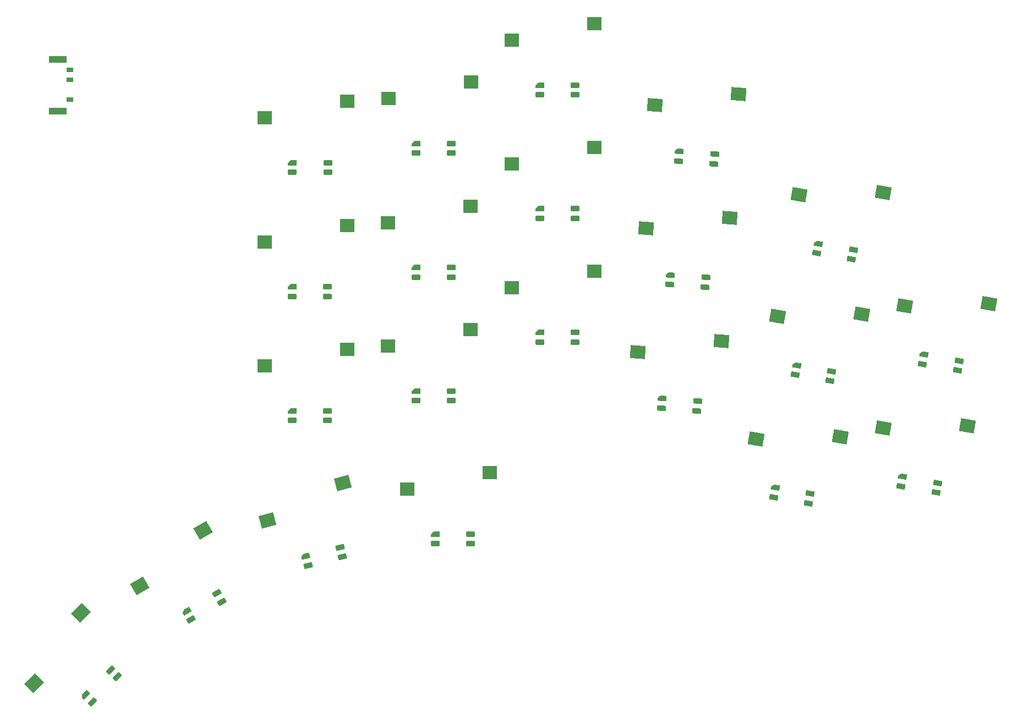
<source format=gbp>
G04 #@! TF.GenerationSoftware,KiCad,Pcbnew,7.0.11-7.0.11~ubuntu22.04.1*
G04 #@! TF.CreationDate,2024-07-26T08:26:57+02:00*
G04 #@! TF.ProjectId,klor1_4,6b6c6f72-315f-4342-9e6b-696361645f70,v1.4.0*
G04 #@! TF.SameCoordinates,Original*
G04 #@! TF.FileFunction,Paste,Bot*
G04 #@! TF.FilePolarity,Positive*
%FSLAX46Y46*%
G04 Gerber Fmt 4.6, Leading zero omitted, Abs format (unit mm)*
G04 Created by KiCad (PCBNEW 7.0.11-7.0.11~ubuntu22.04.1) date 2024-07-26 08:26:57*
%MOMM*%
%LPD*%
G01*
G04 APERTURE LIST*
G04 Aperture macros list*
%AMRoundRect*
0 Rectangle with rounded corners*
0 $1 Rounding radius*
0 $2 $3 $4 $5 $6 $7 $8 $9 X,Y pos of 4 corners*
0 Add a 4 corners polygon primitive as box body*
4,1,4,$2,$3,$4,$5,$6,$7,$8,$9,$2,$3,0*
0 Add four circle primitives for the rounded corners*
1,1,$1+$1,$2,$3*
1,1,$1+$1,$4,$5*
1,1,$1+$1,$6,$7*
1,1,$1+$1,$8,$9*
0 Add four rect primitives between the rounded corners*
20,1,$1+$1,$2,$3,$4,$5,0*
20,1,$1+$1,$4,$5,$6,$7,0*
20,1,$1+$1,$6,$7,$8,$9,0*
20,1,$1+$1,$8,$9,$2,$3,0*%
%AMRotRect*
0 Rectangle, with rotation*
0 The origin of the aperture is its center*
0 $1 length*
0 $2 width*
0 $3 Rotation angle, in degrees counterclockwise*
0 Add horizontal line*
21,1,$1,$2,0,0,$3*%
%AMFreePoly0*
4,1,18,-0.410000,0.593000,-0.403758,0.624380,-0.385983,0.650983,-0.359380,0.668758,-0.328000,0.675000,0.000000,0.675000,0.410000,0.265000,0.410000,-0.593000,0.403758,-0.624380,0.385983,-0.650983,0.359380,-0.668758,0.328000,-0.675000,-0.328000,-0.675000,-0.359380,-0.668758,-0.385983,-0.650983,-0.403758,-0.624380,-0.410000,-0.593000,-0.410000,0.593000,-0.410000,0.593000,$1*%
G04 Aperture macros list end*
%ADD10RoundRect,0.082000X0.651245X0.187383X0.187383X0.651245X-0.651245X-0.187383X-0.187383X-0.651245X0*%
%ADD11FreePoly0,135.000000*%
%ADD12RotRect,2.300000X2.000000X225.000000*%
%ADD13RoundRect,0.082000X0.593000X-0.328000X0.593000X0.328000X-0.593000X0.328000X-0.593000X-0.328000X0*%
%ADD14FreePoly0,90.000000*%
%ADD15R,2.300000X2.000000*%
%ADD16RoundRect,0.082000X0.568675X-0.368567X0.614436X0.285835X-0.568675X0.368567X-0.614436X-0.285835X0*%
%ADD17FreePoly0,86.000000*%
%ADD18RotRect,2.300000X2.000000X176.000000*%
%ADD19RoundRect,0.082000X0.657687X-0.163344X0.487901X0.470303X-0.657687X0.163344X-0.487901X-0.470303X0*%
%ADD20FreePoly0,105.000000*%
%ADD21RotRect,2.300000X2.000000X195.000000*%
%ADD22RoundRect,0.082000X0.527034X-0.425990X0.640948X0.220044X-0.527034X0.425990X-0.640948X-0.220044X0*%
%ADD23FreePoly0,80.000000*%
%ADD24RotRect,2.300000X2.000000X170.000000*%
%ADD25RoundRect,0.082000X0.677553X0.012444X0.349553X0.580556X-0.677553X-0.012444X-0.349553X-0.580556X0*%
%ADD26FreePoly0,120.000000*%
%ADD27RotRect,2.300000X2.000000X210.000000*%
%ADD28R,1.000000X0.700000*%
%ADD29R,2.800000X1.000000*%
G04 APERTURE END LIST*
D10*
X90348931Y-154011207D03*
D11*
X86495199Y-157864939D03*
D10*
X87555859Y-158925599D03*
X91409591Y-155071867D03*
D12*
X78620917Y-156005412D03*
X85805122Y-145229105D03*
D13*
X145728074Y-133072842D03*
D14*
X140278074Y-133072842D03*
D13*
X140278074Y-134572842D03*
X145728074Y-134572842D03*
D15*
X136025000Y-126190000D03*
X148725000Y-123650000D03*
D16*
X183301338Y-74590917D03*
D17*
X177864614Y-74210745D03*
D16*
X177759980Y-75707091D03*
X183196704Y-76087263D03*
D18*
X174102023Y-67047989D03*
X186948268Y-65400084D03*
D19*
X125639626Y-135096619D03*
D20*
X120375331Y-136507183D03*
D19*
X120763559Y-137956072D03*
X126027855Y-136545508D03*
D21*
X114485766Y-130959645D03*
X126095624Y-125219191D03*
D13*
X161814473Y-82978102D03*
D14*
X156364473Y-82978102D03*
D13*
X156364473Y-84478102D03*
X161814473Y-84478102D03*
D15*
X152111399Y-76095260D03*
X164811399Y-73555260D03*
D22*
X220889828Y-106396856D03*
D23*
X215522625Y-105450473D03*
D22*
X215262153Y-106927685D03*
X220629355Y-107874068D03*
D24*
X212529358Y-97933659D03*
X225477483Y-97637579D03*
D16*
X180681338Y-112600917D03*
D17*
X175244614Y-112220745D03*
D16*
X175139980Y-113717091D03*
X180576704Y-114097263D03*
D18*
X171482023Y-105057989D03*
X184328268Y-103410084D03*
D13*
X123765105Y-94987582D03*
D14*
X118315105Y-94987582D03*
D13*
X118315105Y-96487582D03*
X123765105Y-96487582D03*
D15*
X114062031Y-88104740D03*
X126762031Y-85564740D03*
D22*
X217609828Y-125196856D03*
D23*
X212242625Y-124250473D03*
D22*
X211982153Y-125727685D03*
X217349355Y-126674068D03*
D24*
X209249358Y-116733659D03*
X222197483Y-116437579D03*
D13*
X123748074Y-114102842D03*
D14*
X118298074Y-114102842D03*
D13*
X118298074Y-115602842D03*
X123748074Y-115602842D03*
D15*
X114045000Y-107220000D03*
X126745000Y-104680000D03*
D13*
X123788074Y-75932842D03*
D14*
X118338074Y-75932842D03*
D13*
X118338074Y-77432842D03*
X123788074Y-77432842D03*
D15*
X114085000Y-69050000D03*
X126785000Y-66510000D03*
D16*
X181941338Y-93570917D03*
D17*
X176504614Y-93190745D03*
D16*
X176399980Y-94687091D03*
X181836704Y-95067263D03*
D18*
X172742023Y-86027989D03*
X185588268Y-84380084D03*
D13*
X161828074Y-63972842D03*
D14*
X156378074Y-63972842D03*
D13*
X156378074Y-65472842D03*
X161828074Y-65472842D03*
D15*
X152125000Y-57090000D03*
X164825000Y-54550000D03*
D25*
X106735198Y-142203097D03*
D26*
X102015359Y-144928097D03*
D25*
X102765359Y-146227136D03*
X107485198Y-143502136D03*
D27*
X94890668Y-141093918D03*
X104619191Y-132544214D03*
D22*
X198019828Y-126876856D03*
D23*
X192652625Y-125930473D03*
D22*
X192392153Y-127407685D03*
X197759355Y-128354068D03*
D24*
X189659358Y-118413659D03*
X202607483Y-118117579D03*
D13*
X142764473Y-111050699D03*
D14*
X137314473Y-111050699D03*
D13*
X137314473Y-112550699D03*
X142764473Y-112550699D03*
D15*
X133061399Y-104167857D03*
X145761399Y-101627857D03*
D13*
X142778074Y-92032842D03*
D14*
X137328074Y-92032842D03*
D13*
X137328074Y-93532842D03*
X142778074Y-93532842D03*
D15*
X133075000Y-85150000D03*
X145775000Y-82610000D03*
D22*
X204629828Y-89316856D03*
D23*
X199262625Y-88370473D03*
D22*
X199002153Y-89847685D03*
X204369355Y-90794068D03*
D24*
X196269358Y-80853659D03*
X209217483Y-80557579D03*
D28*
X84101228Y-66176228D03*
X84101228Y-63176228D03*
X84101228Y-61676228D03*
D29*
X82201228Y-60076228D03*
X82201228Y-68026228D03*
D13*
X161814473Y-102050699D03*
D14*
X156364473Y-102050699D03*
D13*
X156364473Y-103550699D03*
X161814473Y-103550699D03*
D15*
X152111399Y-95167857D03*
X164811399Y-92627857D03*
D22*
X201306893Y-108014410D03*
D23*
X195939690Y-107068027D03*
D22*
X195679218Y-108545239D03*
X201046420Y-109491622D03*
D24*
X192946423Y-99551213D03*
X205894548Y-99255133D03*
D13*
X142788074Y-72952842D03*
D14*
X137338074Y-72952842D03*
D13*
X137338074Y-74452842D03*
X142788074Y-74452842D03*
D15*
X133085000Y-66070000D03*
X145785000Y-63530000D03*
M02*

</source>
